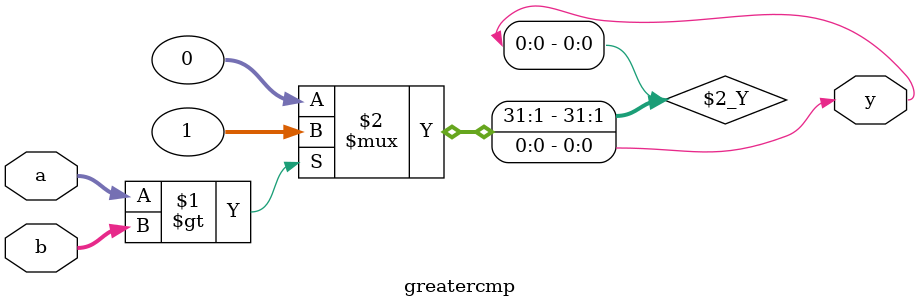
<source format=v>
`timescale 1ns / 1ps


module greatercmp(
    input wire [31:0] a,b,
	output wire y
    );
    assign y = ($signed(a) > $signed(b)) ? 1 : 0;
endmodule

</source>
